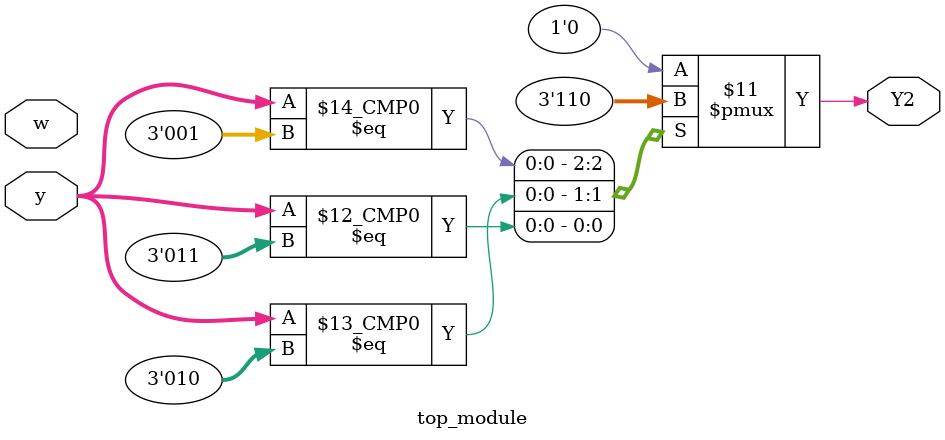
<source format=sv>
module top_module(
    input [3:1] y,
    input w,
    output reg Y2);

    // State encoding
    localparam A = 3'b000;
    localparam B = 3'b001;
    localparam C = 3'b010;
    localparam D = 3'b011;
    localparam E = 3'b100;
    localparam F = 3'b101;

    always @(*) begin
        case (y)
            A: Y2 = 1'b0;
            B: Y2 = (w == 1'b0) ? 1'b1 : 1'b1; // Moves to C or D
            C: Y2 = (w == 1'b0) ? 1'b1 : 1'b1; // Moves to E or D
            D: Y2 = (w == 1'b1) ? 1'b0 : 1'b0; // Moves to F or A
            E: Y2 = 1'b0; // Remains in E
            F: Y2 = 1'b0; // Moves to C or D
            default: Y2 = 1'b0;
        endcase
    end
endmodule

</source>
